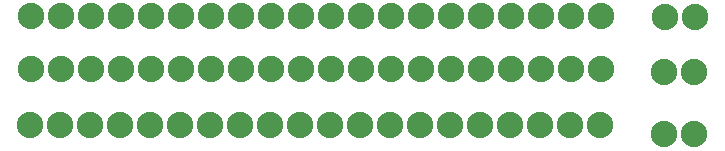
<source format=gts>
G04 MADE WITH FRITZING*
G04 WWW.FRITZING.ORG*
G04 DOUBLE SIDED*
G04 HOLES PLATED*
G04 CONTOUR ON CENTER OF CONTOUR VECTOR*
%ASAXBY*%
%FSLAX23Y23*%
%MOIN*%
%OFA0B0*%
%SFA1.0B1.0*%
%ADD10C,0.088000*%
%LNMASK1*%
G90*
G70*
G54D10*
X651Y1862D03*
X751Y1862D03*
X851Y1862D03*
X951Y1862D03*
X1051Y1862D03*
X1151Y1862D03*
X1251Y1862D03*
X1351Y1862D03*
X1451Y1862D03*
X1551Y1862D03*
X1651Y1862D03*
X1751Y1862D03*
X1851Y1862D03*
X1951Y1862D03*
X2051Y1862D03*
X2151Y1862D03*
X2251Y1862D03*
X2351Y1862D03*
X2451Y1862D03*
X2551Y1862D03*
X650Y1686D03*
X750Y1686D03*
X850Y1686D03*
X950Y1686D03*
X1050Y1686D03*
X1150Y1686D03*
X1250Y1686D03*
X1350Y1686D03*
X1450Y1686D03*
X1550Y1686D03*
X1650Y1686D03*
X1750Y1686D03*
X1850Y1686D03*
X1950Y1686D03*
X2050Y1686D03*
X2150Y1686D03*
X2250Y1686D03*
X2350Y1686D03*
X2450Y1686D03*
X2550Y1686D03*
X649Y1499D03*
X749Y1499D03*
X849Y1499D03*
X949Y1499D03*
X1049Y1499D03*
X1149Y1499D03*
X1249Y1499D03*
X1349Y1499D03*
X1449Y1499D03*
X1549Y1499D03*
X1649Y1499D03*
X1749Y1499D03*
X1849Y1499D03*
X1949Y1499D03*
X2049Y1499D03*
X2149Y1499D03*
X2249Y1499D03*
X2349Y1499D03*
X2449Y1499D03*
X2549Y1499D03*
X2864Y1861D03*
X2764Y1861D03*
X2862Y1675D03*
X2762Y1675D03*
X2862Y1469D03*
X2762Y1469D03*
G04 End of Mask1*
M02*
</source>
